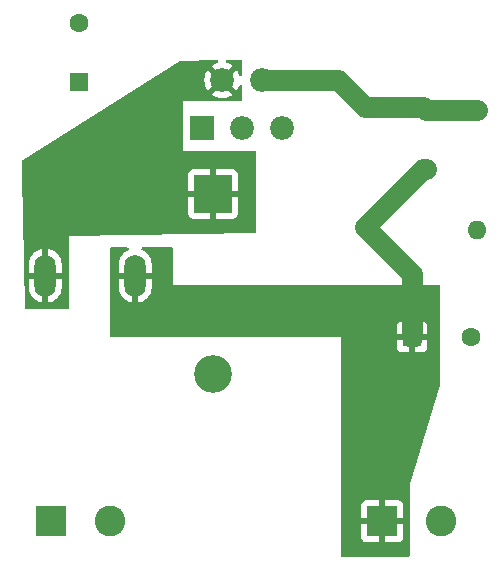
<source format=gtl>
G04 #@! TF.GenerationSoftware,KiCad,Pcbnew,8.0.4*
G04 #@! TF.CreationDate,2024-11-26T22:54:14-05:00*
G04 #@! TF.ProjectId,buck_converter_lm2596_5V,6275636b-5f63-46f6-9e76-65727465725f,rev?*
G04 #@! TF.SameCoordinates,Original*
G04 #@! TF.FileFunction,Copper,L1,Top*
G04 #@! TF.FilePolarity,Positive*
%FSLAX46Y46*%
G04 Gerber Fmt 4.6, Leading zero omitted, Abs format (unit mm)*
G04 Created by KiCad (PCBNEW 8.0.4) date 2024-11-26 22:54:14*
%MOMM*%
%LPD*%
G01*
G04 APERTURE LIST*
G04 #@! TA.AperFunction,ComponentPad*
%ADD10R,1.600000X1.600000*%
G04 #@! TD*
G04 #@! TA.AperFunction,ComponentPad*
%ADD11C,1.600000*%
G04 #@! TD*
G04 #@! TA.AperFunction,ComponentPad*
%ADD12R,2.019300X2.019300*%
G04 #@! TD*
G04 #@! TA.AperFunction,ComponentPad*
%ADD13C,2.019300*%
G04 #@! TD*
G04 #@! TA.AperFunction,ComponentPad*
%ADD14R,2.600000X2.600000*%
G04 #@! TD*
G04 #@! TA.AperFunction,ComponentPad*
%ADD15C,2.600000*%
G04 #@! TD*
G04 #@! TA.AperFunction,ComponentPad*
%ADD16O,1.600000X1.600000*%
G04 #@! TD*
G04 #@! TA.AperFunction,ComponentPad*
%ADD17O,1.800000X3.600000*%
G04 #@! TD*
G04 #@! TA.AperFunction,ComponentPad*
%ADD18R,3.200000X3.200000*%
G04 #@! TD*
G04 #@! TA.AperFunction,ComponentPad*
%ADD19O,3.200000X3.200000*%
G04 #@! TD*
G04 #@! TA.AperFunction,Conductor*
%ADD20C,1.750000*%
G04 #@! TD*
G04 APERTURE END LIST*
D10*
X175197349Y-86400000D03*
D11*
X180197349Y-86400000D03*
D10*
X147000000Y-64802651D03*
D11*
X147000000Y-59802651D03*
D12*
X157429200Y-68656200D03*
D13*
X159131000Y-64643000D03*
X160832800Y-68656200D03*
X162534600Y-64643000D03*
X164236400Y-68656200D03*
D11*
X176403000Y-72183000D03*
X176403000Y-67183000D03*
D14*
X144606000Y-101981000D03*
D15*
X149606000Y-101981000D03*
D11*
X171196000Y-77089000D03*
D16*
X171196000Y-66929000D03*
D14*
X172673000Y-101981000D03*
D15*
X177673000Y-101981000D03*
D17*
X151765000Y-81200000D03*
X144145000Y-81200000D03*
D18*
X158369000Y-74295000D03*
D19*
X158369000Y-89535000D03*
D11*
X180721000Y-67183000D03*
D16*
X180721000Y-77343000D03*
D20*
X171196000Y-77089000D02*
X175196200Y-81089200D01*
X175196200Y-81089200D02*
X175196200Y-86400000D01*
X176102000Y-72183000D02*
X171196000Y-77089000D01*
X176403000Y-72183000D02*
X176102000Y-72183000D01*
X151765000Y-81280000D02*
X151765000Y-80899000D01*
X171196000Y-66929000D02*
X176149000Y-66929000D01*
X168910000Y-64643000D02*
X162534600Y-64643000D01*
X176149000Y-66929000D02*
X176403000Y-67183000D01*
X176403000Y-67183000D02*
X180721000Y-67183000D01*
X171196000Y-66929000D02*
X168910000Y-64643000D01*
G04 #@! TA.AperFunction,Conductor*
G36*
X158733888Y-62968556D02*
G01*
X158780498Y-63020606D01*
X158791568Y-63089593D01*
X158763584Y-63153614D01*
X158705430Y-63192342D01*
X158697507Y-63194525D01*
X158663053Y-63202796D01*
X158443513Y-63293732D01*
X158252399Y-63410847D01*
X158865830Y-64024278D01*
X158812168Y-64046506D01*
X158701924Y-64120169D01*
X158608169Y-64213924D01*
X158534506Y-64324168D01*
X158512278Y-64377830D01*
X157898847Y-63764399D01*
X157781732Y-63955513D01*
X157690796Y-64175054D01*
X157635326Y-64406104D01*
X157616682Y-64643000D01*
X157635326Y-64879895D01*
X157690796Y-65110945D01*
X157781732Y-65330486D01*
X157898847Y-65521599D01*
X158512278Y-64908168D01*
X158534506Y-64961832D01*
X158608169Y-65072076D01*
X158701924Y-65165831D01*
X158812168Y-65239494D01*
X158865830Y-65261721D01*
X158252399Y-65875151D01*
X158443513Y-65992267D01*
X158663054Y-66083203D01*
X158894104Y-66138673D01*
X159068288Y-66152382D01*
X159133577Y-66177266D01*
X159134679Y-66178761D01*
X159168506Y-66157023D01*
X159193712Y-66152382D01*
X159367895Y-66138673D01*
X159598945Y-66083203D01*
X159818486Y-65992267D01*
X160009599Y-65875152D01*
X160009599Y-65875151D01*
X159396169Y-65261721D01*
X159449832Y-65239494D01*
X159560076Y-65165831D01*
X159653831Y-65072076D01*
X159727494Y-64961832D01*
X159749721Y-64908169D01*
X160363151Y-65521599D01*
X160363152Y-65521599D01*
X160480267Y-65330486D01*
X160573066Y-65106449D01*
X160575260Y-65107358D01*
X160609083Y-65057731D01*
X160673400Y-65030435D01*
X160742264Y-65042244D01*
X160793812Y-65089410D01*
X160811718Y-65154772D01*
X160801156Y-66277167D01*
X160780841Y-66344018D01*
X160727609Y-66389274D01*
X160677161Y-66400000D01*
X159203441Y-66400000D01*
X159136402Y-66380315D01*
X159129857Y-66372762D01*
X159084051Y-66397351D01*
X159058559Y-66400000D01*
X155800000Y-66400000D01*
X155800000Y-70600000D01*
X161876000Y-70600000D01*
X161943039Y-70619685D01*
X161988794Y-70672489D01*
X162000000Y-70724000D01*
X162000000Y-77477559D01*
X161980315Y-77544598D01*
X161927511Y-77590353D01*
X161877569Y-77601549D01*
X146200000Y-77799999D01*
X146200000Y-83876000D01*
X146180315Y-83943039D01*
X146127511Y-83988794D01*
X146076000Y-84000000D01*
X142522047Y-84000000D01*
X142455008Y-83980315D01*
X142409253Y-83927511D01*
X142398063Y-83877968D01*
X142339521Y-80189818D01*
X142745000Y-80189818D01*
X142745000Y-80950000D01*
X143596518Y-80950000D01*
X143585889Y-80968409D01*
X143545000Y-81121009D01*
X143545000Y-81278991D01*
X143585889Y-81431591D01*
X143596518Y-81450000D01*
X142745000Y-81450000D01*
X142745000Y-82210181D01*
X142779473Y-82427835D01*
X142847567Y-82637410D01*
X142947613Y-82833760D01*
X143077142Y-83012041D01*
X143232958Y-83167857D01*
X143411239Y-83297386D01*
X143607589Y-83397432D01*
X143817163Y-83465526D01*
X143894999Y-83477854D01*
X143895000Y-83477854D01*
X143895000Y-81748482D01*
X143913409Y-81759111D01*
X144066009Y-81800000D01*
X144223991Y-81800000D01*
X144376591Y-81759111D01*
X144395000Y-81748482D01*
X144395000Y-83477854D01*
X144472834Y-83465526D01*
X144472837Y-83465526D01*
X144682410Y-83397432D01*
X144878760Y-83297386D01*
X145057041Y-83167857D01*
X145212857Y-83012041D01*
X145342386Y-82833760D01*
X145442432Y-82637410D01*
X145510526Y-82427835D01*
X145545000Y-82210181D01*
X145545000Y-81450000D01*
X144693482Y-81450000D01*
X144704111Y-81431591D01*
X144745000Y-81278991D01*
X144745000Y-81121009D01*
X144704111Y-80968409D01*
X144693482Y-80950000D01*
X145545000Y-80950000D01*
X145545000Y-80189818D01*
X145510526Y-79972164D01*
X145442432Y-79762589D01*
X145342386Y-79566239D01*
X145212857Y-79387958D01*
X145057041Y-79232142D01*
X144878760Y-79102613D01*
X144682410Y-79002567D01*
X144472836Y-78934473D01*
X144395000Y-78922144D01*
X144395000Y-80651517D01*
X144376591Y-80640889D01*
X144223991Y-80600000D01*
X144066009Y-80600000D01*
X143913409Y-80640889D01*
X143895000Y-80651517D01*
X143895000Y-78922144D01*
X143817164Y-78934473D01*
X143817161Y-78934473D01*
X143607589Y-79002567D01*
X143411239Y-79102613D01*
X143232958Y-79232142D01*
X143077142Y-79387958D01*
X142947613Y-79566239D01*
X142847567Y-79762589D01*
X142779473Y-79972164D01*
X142745000Y-80189818D01*
X142339521Y-80189818D01*
X142336066Y-79972164D01*
X142219796Y-72647155D01*
X156269000Y-72647155D01*
X156269000Y-74045000D01*
X157606639Y-74045000D01*
X157599743Y-74061649D01*
X157569000Y-74216207D01*
X157569000Y-74373793D01*
X157599743Y-74528351D01*
X157606639Y-74545000D01*
X156269000Y-74545000D01*
X156269000Y-75942844D01*
X156275401Y-76002372D01*
X156275403Y-76002379D01*
X156325645Y-76137086D01*
X156325649Y-76137093D01*
X156411809Y-76252187D01*
X156411812Y-76252190D01*
X156526906Y-76338350D01*
X156526913Y-76338354D01*
X156661620Y-76388596D01*
X156661627Y-76388598D01*
X156721155Y-76394999D01*
X156721172Y-76395000D01*
X158119000Y-76395000D01*
X158119000Y-75057360D01*
X158135649Y-75064257D01*
X158290207Y-75095000D01*
X158447793Y-75095000D01*
X158602351Y-75064257D01*
X158619000Y-75057360D01*
X158619000Y-76395000D01*
X160016828Y-76395000D01*
X160016844Y-76394999D01*
X160076372Y-76388598D01*
X160076379Y-76388596D01*
X160211086Y-76338354D01*
X160211093Y-76338350D01*
X160326187Y-76252190D01*
X160326190Y-76252187D01*
X160412350Y-76137093D01*
X160412354Y-76137086D01*
X160462596Y-76002379D01*
X160462598Y-76002372D01*
X160468999Y-75942844D01*
X160469000Y-75942827D01*
X160469000Y-74545000D01*
X159131361Y-74545000D01*
X159138257Y-74528351D01*
X159169000Y-74373793D01*
X159169000Y-74216207D01*
X159138257Y-74061649D01*
X159131361Y-74045000D01*
X160469000Y-74045000D01*
X160469000Y-72647172D01*
X160468999Y-72647155D01*
X160462598Y-72587627D01*
X160462596Y-72587620D01*
X160412354Y-72452913D01*
X160412350Y-72452906D01*
X160326190Y-72337812D01*
X160326187Y-72337809D01*
X160211093Y-72251649D01*
X160211086Y-72251645D01*
X160076379Y-72201403D01*
X160076372Y-72201401D01*
X160016844Y-72195000D01*
X158619000Y-72195000D01*
X158619000Y-73532639D01*
X158602351Y-73525743D01*
X158447793Y-73495000D01*
X158290207Y-73495000D01*
X158135649Y-73525743D01*
X158119000Y-73532639D01*
X158119000Y-72195000D01*
X156721155Y-72195000D01*
X156661627Y-72201401D01*
X156661620Y-72201403D01*
X156526913Y-72251645D01*
X156526906Y-72251649D01*
X156411812Y-72337809D01*
X156411809Y-72337812D01*
X156325649Y-72452906D01*
X156325645Y-72452913D01*
X156275403Y-72587620D01*
X156275401Y-72587627D01*
X156269000Y-72647155D01*
X142219796Y-72647155D01*
X142201109Y-71469899D01*
X142219727Y-71402558D01*
X142259230Y-71362870D01*
X155570719Y-63018354D01*
X155634556Y-62999436D01*
X158666537Y-62949968D01*
X158733888Y-62968556D01*
G37*
G04 #@! TD.AperFunction*
G04 #@! TA.AperFunction,Conductor*
G36*
X160772936Y-62935288D02*
G01*
X160819546Y-62987338D01*
X160831602Y-63041850D01*
X160820995Y-64169028D01*
X160800680Y-64235879D01*
X160747448Y-64281135D01*
X160678199Y-64290427D01*
X160614919Y-64260806D01*
X160577699Y-64201675D01*
X160576426Y-64196808D01*
X160571203Y-64175054D01*
X160480267Y-63955513D01*
X160363151Y-63764399D01*
X159749721Y-64377830D01*
X159727494Y-64324168D01*
X159653831Y-64213924D01*
X159560076Y-64120169D01*
X159449832Y-64046506D01*
X159396169Y-64024278D01*
X160009599Y-63410847D01*
X159818486Y-63293732D01*
X159598946Y-63202796D01*
X159505637Y-63180395D01*
X159445046Y-63145604D01*
X159412882Y-63083578D01*
X159419358Y-63014009D01*
X159462418Y-62958985D01*
X159528390Y-62935976D01*
X159532511Y-62935839D01*
X160705585Y-62916700D01*
X160772936Y-62935288D01*
G37*
G04 #@! TD.AperFunction*
G04 #@! TA.AperFunction,Conductor*
G36*
X151175692Y-78819685D02*
G01*
X151221447Y-78872489D01*
X151231391Y-78941647D01*
X151202366Y-79005203D01*
X151164948Y-79034485D01*
X151031239Y-79102613D01*
X150852958Y-79232142D01*
X150697142Y-79387958D01*
X150567613Y-79566239D01*
X150467567Y-79762589D01*
X150399473Y-79972164D01*
X150365000Y-80189818D01*
X150365000Y-80950000D01*
X151216518Y-80950000D01*
X151205889Y-80968409D01*
X151165000Y-81121009D01*
X151165000Y-81278991D01*
X151205889Y-81431591D01*
X151216518Y-81450000D01*
X150365000Y-81450000D01*
X150365000Y-82210181D01*
X150399473Y-82427835D01*
X150467567Y-82637410D01*
X150567613Y-82833760D01*
X150697142Y-83012041D01*
X150852958Y-83167857D01*
X151031239Y-83297386D01*
X151227589Y-83397432D01*
X151437163Y-83465526D01*
X151514999Y-83477854D01*
X151515000Y-83477854D01*
X151515000Y-81748482D01*
X151533409Y-81759111D01*
X151686009Y-81800000D01*
X151843991Y-81800000D01*
X151996591Y-81759111D01*
X152015000Y-81748482D01*
X152015000Y-83477854D01*
X152092834Y-83465526D01*
X152092837Y-83465526D01*
X152302410Y-83397432D01*
X152498760Y-83297386D01*
X152677041Y-83167857D01*
X152832857Y-83012041D01*
X152962386Y-82833760D01*
X153062432Y-82637410D01*
X153130526Y-82427835D01*
X153165000Y-82210181D01*
X153165000Y-81450000D01*
X152313482Y-81450000D01*
X152324111Y-81431591D01*
X152365000Y-81278991D01*
X152365000Y-81121009D01*
X152324111Y-80968409D01*
X152313482Y-80950000D01*
X153165000Y-80950000D01*
X153165000Y-80189818D01*
X153130526Y-79972164D01*
X153062432Y-79762589D01*
X152962386Y-79566239D01*
X152832857Y-79387958D01*
X152677041Y-79232142D01*
X152498760Y-79102613D01*
X152365052Y-79034485D01*
X152314256Y-78986510D01*
X152297461Y-78918689D01*
X152319999Y-78852554D01*
X152374714Y-78809103D01*
X152421347Y-78800000D01*
X154876000Y-78800000D01*
X154943039Y-78819685D01*
X154988794Y-78872489D01*
X155000000Y-78924000D01*
X155000000Y-82000000D01*
X177476000Y-82000000D01*
X177543039Y-82019685D01*
X177588794Y-82072489D01*
X177600000Y-82124000D01*
X177600000Y-90381249D01*
X177594455Y-90417914D01*
X175000000Y-98799997D01*
X175000000Y-104876000D01*
X174980315Y-104943039D01*
X174927511Y-104988794D01*
X174876000Y-105000000D01*
X169324000Y-105000000D01*
X169256961Y-104980315D01*
X169211206Y-104927511D01*
X169200000Y-104876000D01*
X169200000Y-100633155D01*
X170873000Y-100633155D01*
X170873000Y-101731000D01*
X172072999Y-101731000D01*
X172047979Y-101791402D01*
X172023000Y-101916981D01*
X172023000Y-102045019D01*
X172047979Y-102170598D01*
X172072999Y-102231000D01*
X170873000Y-102231000D01*
X170873000Y-103328844D01*
X170879401Y-103388372D01*
X170879403Y-103388379D01*
X170929645Y-103523086D01*
X170929649Y-103523093D01*
X171015809Y-103638187D01*
X171015812Y-103638190D01*
X171130906Y-103724350D01*
X171130913Y-103724354D01*
X171265620Y-103774596D01*
X171265627Y-103774598D01*
X171325155Y-103780999D01*
X171325172Y-103781000D01*
X172423000Y-103781000D01*
X172423000Y-102581001D01*
X172483402Y-102606021D01*
X172608981Y-102631000D01*
X172737019Y-102631000D01*
X172862598Y-102606021D01*
X172923000Y-102581001D01*
X172923000Y-103781000D01*
X174020828Y-103781000D01*
X174020844Y-103780999D01*
X174080372Y-103774598D01*
X174080379Y-103774596D01*
X174215086Y-103724354D01*
X174215093Y-103724350D01*
X174330187Y-103638190D01*
X174330190Y-103638187D01*
X174416350Y-103523093D01*
X174416354Y-103523086D01*
X174466596Y-103388379D01*
X174466598Y-103388372D01*
X174472999Y-103328844D01*
X174473000Y-103328827D01*
X174473000Y-102231000D01*
X173273001Y-102231000D01*
X173298021Y-102170598D01*
X173323000Y-102045019D01*
X173323000Y-101916981D01*
X173298021Y-101791402D01*
X173273001Y-101731000D01*
X174473000Y-101731000D01*
X174473000Y-100633172D01*
X174472999Y-100633155D01*
X174466598Y-100573627D01*
X174466596Y-100573620D01*
X174416354Y-100438913D01*
X174416350Y-100438906D01*
X174330190Y-100323812D01*
X174330187Y-100323809D01*
X174215093Y-100237649D01*
X174215086Y-100237645D01*
X174080379Y-100187403D01*
X174080372Y-100187401D01*
X174020844Y-100181000D01*
X172923000Y-100181000D01*
X172923000Y-101380998D01*
X172862598Y-101355979D01*
X172737019Y-101331000D01*
X172608981Y-101331000D01*
X172483402Y-101355979D01*
X172423000Y-101380998D01*
X172423000Y-100181000D01*
X171325155Y-100181000D01*
X171265627Y-100187401D01*
X171265620Y-100187403D01*
X171130913Y-100237645D01*
X171130906Y-100237649D01*
X171015812Y-100323809D01*
X171015809Y-100323812D01*
X170929649Y-100438906D01*
X170929645Y-100438913D01*
X170879403Y-100573620D01*
X170879401Y-100573627D01*
X170873000Y-100633155D01*
X169200000Y-100633155D01*
X169200000Y-86400000D01*
X149724000Y-86400000D01*
X149656961Y-86380315D01*
X149611206Y-86327511D01*
X149600000Y-86276000D01*
X149600000Y-85552155D01*
X173897349Y-85552155D01*
X173897349Y-86150000D01*
X174881663Y-86150000D01*
X174877269Y-86154394D01*
X174824608Y-86245606D01*
X174797349Y-86347339D01*
X174797349Y-86452661D01*
X174824608Y-86554394D01*
X174877269Y-86645606D01*
X174881663Y-86650000D01*
X173897349Y-86650000D01*
X173897349Y-87247844D01*
X173903750Y-87307372D01*
X173903752Y-87307379D01*
X173953994Y-87442086D01*
X173953998Y-87442093D01*
X174040158Y-87557187D01*
X174040161Y-87557190D01*
X174155255Y-87643350D01*
X174155262Y-87643354D01*
X174289969Y-87693596D01*
X174289976Y-87693598D01*
X174349504Y-87699999D01*
X174349521Y-87700000D01*
X174947349Y-87700000D01*
X174947349Y-86715686D01*
X174951743Y-86720080D01*
X175042955Y-86772741D01*
X175144688Y-86800000D01*
X175250010Y-86800000D01*
X175351743Y-86772741D01*
X175442955Y-86720080D01*
X175447349Y-86715686D01*
X175447349Y-87700000D01*
X176045177Y-87700000D01*
X176045193Y-87699999D01*
X176104721Y-87693598D01*
X176104728Y-87693596D01*
X176239435Y-87643354D01*
X176239442Y-87643350D01*
X176354536Y-87557190D01*
X176354539Y-87557187D01*
X176440699Y-87442093D01*
X176440703Y-87442086D01*
X176490945Y-87307379D01*
X176490947Y-87307372D01*
X176497348Y-87247844D01*
X176497349Y-87247827D01*
X176497349Y-86650000D01*
X175513035Y-86650000D01*
X175517429Y-86645606D01*
X175570090Y-86554394D01*
X175597349Y-86452661D01*
X175597349Y-86347339D01*
X175570090Y-86245606D01*
X175517429Y-86154394D01*
X175513035Y-86150000D01*
X176497349Y-86150000D01*
X176497349Y-85552172D01*
X176497348Y-85552155D01*
X176490947Y-85492627D01*
X176490945Y-85492620D01*
X176440703Y-85357913D01*
X176440699Y-85357906D01*
X176354539Y-85242812D01*
X176354536Y-85242809D01*
X176239442Y-85156649D01*
X176239435Y-85156645D01*
X176104728Y-85106403D01*
X176104721Y-85106401D01*
X176045193Y-85100000D01*
X175447349Y-85100000D01*
X175447349Y-86084314D01*
X175442955Y-86079920D01*
X175351743Y-86027259D01*
X175250010Y-86000000D01*
X175144688Y-86000000D01*
X175042955Y-86027259D01*
X174951743Y-86079920D01*
X174947349Y-86084314D01*
X174947349Y-85100000D01*
X174349504Y-85100000D01*
X174289976Y-85106401D01*
X174289969Y-85106403D01*
X174155262Y-85156645D01*
X174155255Y-85156649D01*
X174040161Y-85242809D01*
X174040158Y-85242812D01*
X173953998Y-85357906D01*
X173953994Y-85357913D01*
X173903752Y-85492620D01*
X173903750Y-85492627D01*
X173897349Y-85552155D01*
X149600000Y-85552155D01*
X149600000Y-78924000D01*
X149619685Y-78856961D01*
X149672489Y-78811206D01*
X149724000Y-78800000D01*
X151108653Y-78800000D01*
X151175692Y-78819685D01*
G37*
G04 #@! TD.AperFunction*
M02*

</source>
